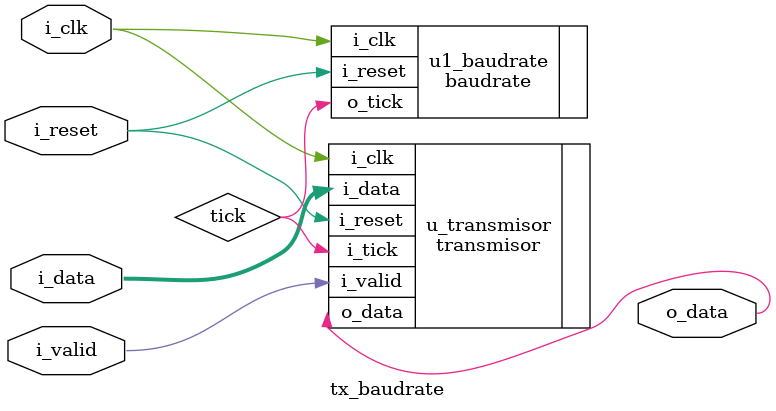
<source format=v>
`timescale 1ns / 1ps


module tx_baudrate
#(//PARAMETERS
    parameter NB_DATA = 16,
    parameter F_CLOCK = 25000000
 )
 (
    //OUTPUTS
    output wire                     o_data    ,
    //INPUTS
    input wire                      i_clk     ,
    input wire                      i_reset   ,
    input wire  [NB_DATA-1:0]       i_data    ,
    input wire                      i_valid
    
 );
    
 //REGS & WIRES
    wire                    tick    ;  

//MODULE INSTANTIATION
  //BAUDRATE  
  baudrate
  #(                    
        .F_CLOCK(F_CLOCK) 
  )
  u1_baudrate      
  (
        .o_tick     (tick)                        ,
        .i_clk      (i_clk)                       ,
        .i_reset    (i_reset)                       
  );
  
//TRANSMISOR  
transmisor
#(
    //PARAMETERS
        .NB_DATA(NB_DATA)
 )
 u_transmisor
 (
    //OUTPUTS
        .o_data (o_data)                           ,
    //INPUTS
        .i_clk  (i_clk)                            ,
        .i_reset(i_reset)                          ,
        .i_tick (tick)                             ,
        .i_valid(i_valid)                          ,       
        .i_data (i_data)     
        
  );
    

endmodule

</source>
